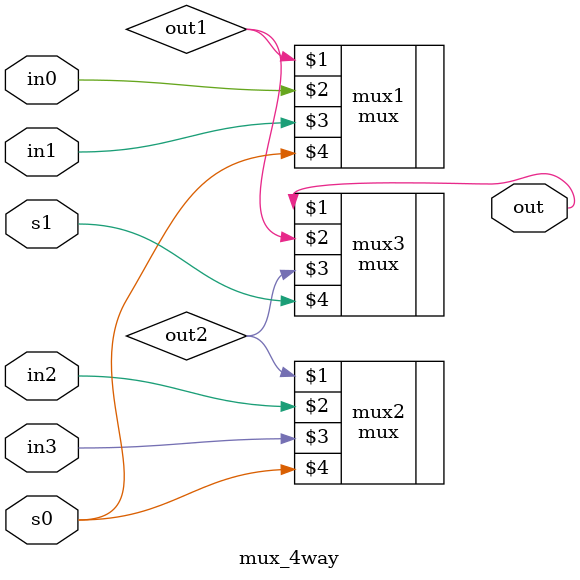
<source format=v>
module mux_4way(out,in0,in1,in2,in3,s0,s1);

output out;
input in0,in1,in2,in3,s0,s1;

mux mux1(out1,in0,in1,s0);
mux mux2(out2,in2,in3,s0);

mux mux3(out,out1,out2,s1);

endmodule


</source>
